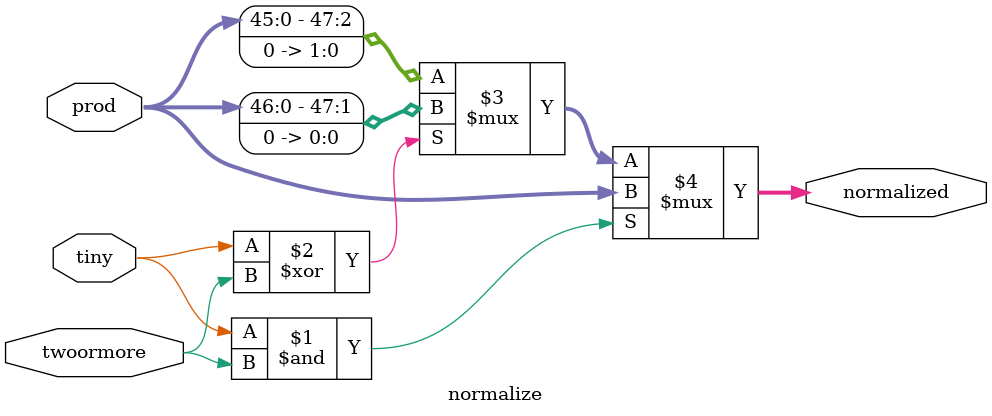
<source format=v>
`define NWIDTH 6'b010100
`define BLOCKWIDTH 4'b0101
`define DDRWIDTH 7'b0100000
`define DDRNUMDQS 4'b0100
`define DDRSIZEWIDTH 6'b011000
`define BURSTLEN 3'b010
`define MEMCONWIDTH 8'b01000000
`define MEMCONNUMBYTES 5'b01000
`define RAMWIDTH 10'b0100000000
`define RAMNUMBYTES 7'b0100000
`define RAMSIZEWIDTH 4'b0101
`define TOPWIDTH 7'b0100000
`define rFIFOINPUTWIDTH 8'b01000000
`define wFIFOINPUTWIDTH 10'b0100000000
`define mFIFOWIDTH 6'b011100
`define aFIFOWIDTH 4'b0101
`define SIMULATION_MEMORY
`define BLOCKM 6'b010000
`define BLOCKN 6'b010000
`define BLOCKMDIVK 3'b010
`define MEMBLOCKM 5'b01000
`define MEMBLOCKN 5'b01000
`define NWIDTH 6'b010100
`define BLOCKWIDTH 4'b0101
`define DDRSIZEWIDTH 6'b011000
`define RAMSIZEWIDTH 4'b0101
`define START 1'b0 //0
`define SETUP 2'b01 //1
`define FIRST 3'b010 //2
`define MODE0_SETUP 3'b011 //3
`define MODE0_WAIT 4'b0100 //4
`define MODE0 4'b0101 //5
`define MODE1_SETUP 4'b0110 //6
`define MODE1_WAIT 4'b0111 //7
`define MODE1 5'b01000 //8
`define MODE2_SETUP 5'b01001 //9
`define MODE2_WAIT 5'b01010 //10
`define MODE2 5'b01011 //11
`define MODE3_SETUP 5'b01100 //12
`define MODE3_WAIT 5'b01101 //13
`define MODE3 5'b01110 //14
`define STALL 5'b01111 //15
`define STALL_WAIT 6'b010000 //16
`define WAIT 6'b010001 //17
`define FINAL_WRITE 6'b010010 //18
`define FINAL_WAIT 6'b010011 //19
`define IDLE 6'b010100 //20
`define LAST_SETUP 6'b010101 //21
`define LAST_SETUP_WAIT 6'b010110 //22
`define LAST 6'b010111 //23
`define LAST_WAIT 6'b011000 //24
`define MEM_IDLE 1'b0 //0
`define MEM_WRITE 2'b01 //1
`define MEM_WRITE_WAIT 3'b010 //2
`define MEM_CHECK_DONE 3'b011 //3
`define MEM_READ 4'b0100 //4
`define MEM_READ_WAIT 4'b0101 //5
`define MEM_DONE 4'b0110 //6
`define MEM_WAIT_DONE 4'b0111 //7
`define rRAMSIZEWIDTH 5
`define cSETUP 4'b0000
`define cSTART 4'b0001
`define cFETCH_COL 4'b0010
`define cWAIT_COL 4'b0011
`define cFIND_REC 4'b0100
`define cMULT_COL 4'b0101
`define cUPDATE_J 4'b0110
`define cSTORE_MO 4'b0111
`define cMULT_SUB 4'b1000
`define cINCRE_I 4'b1001
`define cWAIT 4'b1010
`define cDONE 4'b1011
`define cSTORE_DIAG 4'b1100
`define cSTORE_DIAG2 4'b1101
`define cSTART_FETCH_ROW 4'b1110
`define cROW_WAIT 2'b00
`define cFETCH_ROW 2'b01
`define cDONE_FETCH_ROW 2'b10
`define cLOAD_ROW_INC_J 2'b11
`define PRECISION 7'b0100000
`define NUMPE 5'b01000
`define PEWIDTH 3'b011
`define BLOCKWIDTH 4'b0101
`define RAMWIDTH 10'b0100000000
`define RAMNUMBYTES 7'b0100000
`define RAMSIZEWIDTH 4'b0101
`define TOPSIZEWIDTH 5'b01000
`define TOPINPUTDELAY 3'b011
`define TOPOUTPUTDELAY 2'b01
`define MEMINPUTDELAY 3'b010
`define MEMOUTPUTDELAY 2'b01
`define TOPWIDTH 7'b0100000
`define rFIFOSIZE 64
`define rFIFOSIZEWIDTH 6
`define rFIFOOUTPUTWIDTH 256
`define rFIFORSIZEWIDTH 4
	`define wFIFOINPUTWIDTH 10'b0100000000
	`define wFIFOSIZE 6'b010000
	`define wFIFOSIZEWIDTH 4'b0100
	`define wFIFOOUTPUTWIDTH 8'b01000000
	`define wFIFORSIZEWIDTH 4'b0110
`define aFIFOSIZE 6'b010000
`define aFIFOSIZEWIDTH 4'b0100
`define aFIFOWIDTH 4'b0101
`define mFIFOSIZE 16
`define mFIFOSIZEWIDTH 4
//`define mFIFOWIDTH 28
`define BURSTLEN 3'b010
`define BURSTWIDTH 3'b010
`define DATAWIDTH 10'b0100000000
`define DATANUMBYTES 7'b0100000
`define MEMCONWIDTH 8'b01000000
`define MEMCONNUMBYTES 5'b01000
`define DDRSIZEWIDTH 6'b011000
`define FIFOSIZE 6'b010000
`define FIFOSIZEWIDTH 4'b0100
`define RAMWIDTH 10'b0100000000
`define RAMNUMBYTES 7'b0100000
`define RAMSIZEWIDTH 4'b0101
`define RATIO 4'b0100
`define RAMLAT 4'b0101
`define dIDLE 0
`define dWRITE 1
`define dREAD 2
`define ZERO        8'b00000000  
`define ONE         8'b00000001  
`define TWO         8'b00000010  
`define THREE 		  8'b00000011  
`define FOUR		  8'b00000100  
`define FIVE		  8'b00000101  
`define SIX         8'b00000110  
`define SEVEN       8'b00000111  
`define EIGHT       8'b00001000  
`define NINE        8'b00001001  
`define TEN         8'b00001010  
`define ELEVEN      8'b00001011  
`define TWELVE      8'b00001100  
`define THIRTEEN    8'b00001101  
`define FOURTEEN    8'b00001110  
`define FIFTEEN     8'b00001111  
`define SIXTEEN     8'b00010000  
`define SEVENTEEN   8'b00010001  
`define EIGHTEEN	  8'b00010010  
`define NINETEEN    8'b00010011  
`define TWENTY		  8'b00010100  
`define TWENTYONE   8'b00010101  
`define TWENTYTWO   8'b00010110  
`define TWENTYTHREE 8'b00010111  
`define TWENTYFOUR  8'b00011000  
`define WEXP	8  
`define WSIG	23  
`define WFLAG	5  
`define WCONTROL 5  
`define DIVZERO 	0  
`define INVALID 	1  
`define INEXACT 	2  
`define OVERFLOW 	3  
`define UNDERFLOW	4  
`define WIDTH 		32 	//(`WEXP + `WSIG + 1)  
`define PRODWIDTH	48 	//(2 * (`WSIG + 1))  
`define SHIFTWIDTH	96 	//(2 * `PRODWIDTH))  
`define WPRENORM	24	// `WSIG + 1  
`define WEXPSUM		10	// `WEXP + 2  
`define BIAS		127	// (2^(`WEXP)) - 1  
`define WSIGMINUS1	22	// `WSIG - 1, used for rounding  
`define WSHIFTAMT	5	// log2(`WSIG + 1) rounded up  
`define UNDERBIAS	192	// 3 * 2 ^ (`WEXP -2)  
`define OVERBIAS	-192	// -`UNDERBIAS  
`define	EXTRASIG	25		// `WSIG+2 this is the amount of precision needed so no  
`define	SHIFT		5		// # bits the max alignment shift will fit in (log2(`WSIG+2)  
`define	MAX_EXP		8'b11111110	// the maximum non-infinite exponent,  
`define	INF_EXP		8'b11111111	// Infinity exponent, `WEXP bits, all 1  
`define	MAX_SIG		23'b11111111111111111111111  
`define	WEXP_0		8'b0		// Exponent equals `WEXP'b0  
`define	WEXP_1		8'b1		// Exponent equals one `WEXP'b1  
`define	WSIG_0		23'b0		// Significand equals zero `WSIG'b0  
`define	WSIG_1		23'b1		// Significand equals one `WSIG'b1  
`define	EXTRASIG_0	25'b0		// All result bits for adder zero `EXTRASIG'b0  
`define	MAXSHIFT	24		// `WSIG + 1  
`define CONSTNAN	{9'b111111111,22'b0}  
`define CONSTZERO	31'b0  
`define CONSTINFINITY	{8'b11111111, 23'b0}  
`define CONSTLARGEST	{`MAX_EXP, `MAX_SIG}  
`define PRESHIFTZEROS  48'b0 // `PRODWIDTH'b0  

module normalize(prod, normalized, tiny, twoormore); 
 
  // external signals 
  input  [`PRODWIDTH-1:0]	prod;		// Product of multiplication 
  output [`PRODWIDTH-1:0]	normalized;	// Normalized product 
  input				tiny;		// Result is tiny (denormalized #) 
  input				twoormore;	// Product overflowed range [1,2) 
 
  // normalize product if appropriate 
  //	There are three possible cases here: 
  //	1) tiny and prod overfl. [1,2)	-> take the whole prod, including the leading 1 
  //	2) tiny or prod overfl. [1,2)	-> dont take the first bit. its zero if its tiny, 
  //				 		and it's the implied 1 if its not 
  //	3) neither tiny nor prod overfl.-> dont take the first 2 bits, the 2nd one is the 
  //						implied 1 
  assign normalized = (tiny & twoormore) ? prod[`PRODWIDTH-1:0] : 
			((tiny ^ twoormore) ? {prod[`PRODWIDTH-2:0],1'b0} : 
			{prod[`PRODWIDTH-3:0],2'b0}); 
 
endmodule   

</source>
